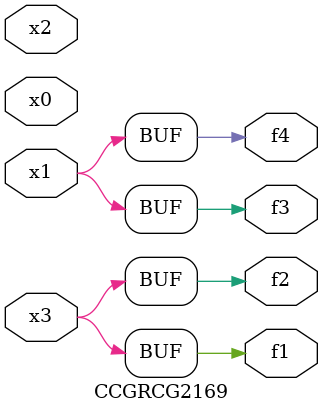
<source format=v>
module CCGRCG2169(
	input x0, x1, x2, x3,
	output f1, f2, f3, f4
);
	assign f1 = x3;
	assign f2 = x3;
	assign f3 = x1;
	assign f4 = x1;
endmodule

</source>
